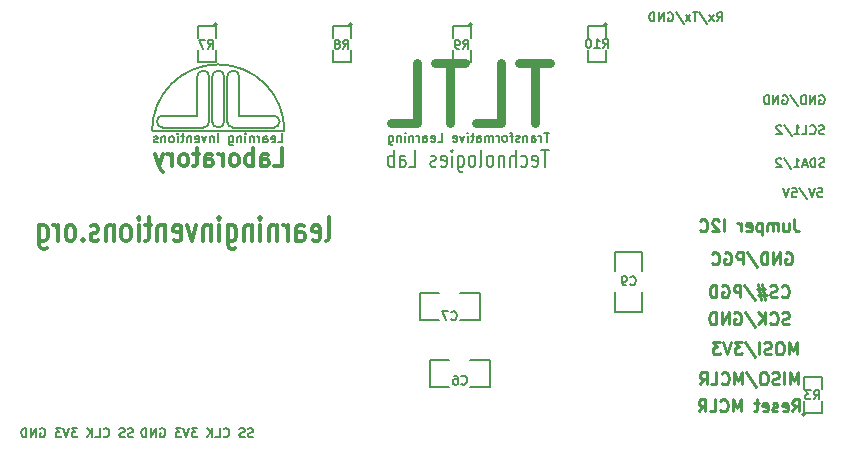
<source format=gbo>
G04 (created by PCBNEW (2013-07-07 BZR 4022)-stable) date 9/7/2556 23:50:31*
%MOIN*%
G04 Gerber Fmt 3.4, Leading zero omitted, Abs format*
%FSLAX34Y34*%
G01*
G70*
G90*
G04 APERTURE LIST*
%ADD10C,0.00590551*%
%ADD11C,0.01*%
%ADD12C,0.0075*%
%ADD13C,0.012*%
%ADD14C,0.03*%
%ADD15C,0.005*%
%ADD16C,0.0059*%
G04 APERTURE END LIST*
G54D10*
G54D11*
X69428Y-43361D02*
X69428Y-42961D01*
X69295Y-43247D01*
X69161Y-42961D01*
X69161Y-43361D01*
X68971Y-43361D02*
X68971Y-42961D01*
X68799Y-43342D02*
X68742Y-43361D01*
X68647Y-43361D01*
X68609Y-43342D01*
X68590Y-43323D01*
X68571Y-43285D01*
X68571Y-43247D01*
X68590Y-43209D01*
X68609Y-43190D01*
X68647Y-43171D01*
X68723Y-43152D01*
X68761Y-43133D01*
X68780Y-43114D01*
X68799Y-43076D01*
X68799Y-43038D01*
X68780Y-43000D01*
X68761Y-42980D01*
X68723Y-42961D01*
X68628Y-42961D01*
X68571Y-42980D01*
X68323Y-42961D02*
X68247Y-42961D01*
X68209Y-42980D01*
X68171Y-43019D01*
X68152Y-43095D01*
X68152Y-43228D01*
X68171Y-43304D01*
X68209Y-43342D01*
X68247Y-43361D01*
X68323Y-43361D01*
X68361Y-43342D01*
X68399Y-43304D01*
X68419Y-43228D01*
X68419Y-43095D01*
X68399Y-43019D01*
X68361Y-42980D01*
X68323Y-42961D01*
X67695Y-42942D02*
X68038Y-43457D01*
X67561Y-43361D02*
X67561Y-42961D01*
X67428Y-43247D01*
X67295Y-42961D01*
X67295Y-43361D01*
X66876Y-43323D02*
X66895Y-43342D01*
X66952Y-43361D01*
X66990Y-43361D01*
X67047Y-43342D01*
X67085Y-43304D01*
X67104Y-43266D01*
X67123Y-43190D01*
X67123Y-43133D01*
X67104Y-43057D01*
X67085Y-43019D01*
X67047Y-42980D01*
X66990Y-42961D01*
X66952Y-42961D01*
X66895Y-42980D01*
X66876Y-43000D01*
X66514Y-43361D02*
X66704Y-43361D01*
X66704Y-42961D01*
X66152Y-43361D02*
X66285Y-43171D01*
X66380Y-43361D02*
X66380Y-42961D01*
X66228Y-42961D01*
X66190Y-42980D01*
X66171Y-43000D01*
X66152Y-43038D01*
X66152Y-43095D01*
X66171Y-43133D01*
X66190Y-43152D01*
X66228Y-43171D01*
X66380Y-43171D01*
X69390Y-42361D02*
X69390Y-41961D01*
X69257Y-42247D01*
X69123Y-41961D01*
X69123Y-42361D01*
X68857Y-41961D02*
X68780Y-41961D01*
X68742Y-41980D01*
X68704Y-42019D01*
X68685Y-42095D01*
X68685Y-42228D01*
X68704Y-42304D01*
X68742Y-42342D01*
X68780Y-42361D01*
X68857Y-42361D01*
X68895Y-42342D01*
X68933Y-42304D01*
X68952Y-42228D01*
X68952Y-42095D01*
X68933Y-42019D01*
X68895Y-41980D01*
X68857Y-41961D01*
X68533Y-42342D02*
X68476Y-42361D01*
X68380Y-42361D01*
X68342Y-42342D01*
X68323Y-42323D01*
X68304Y-42285D01*
X68304Y-42247D01*
X68323Y-42209D01*
X68342Y-42190D01*
X68380Y-42171D01*
X68457Y-42152D01*
X68495Y-42133D01*
X68514Y-42114D01*
X68533Y-42076D01*
X68533Y-42038D01*
X68514Y-42000D01*
X68495Y-41980D01*
X68457Y-41961D01*
X68361Y-41961D01*
X68304Y-41980D01*
X68133Y-42361D02*
X68133Y-41961D01*
X67657Y-41942D02*
X67999Y-42457D01*
X67561Y-41961D02*
X67314Y-41961D01*
X67447Y-42114D01*
X67390Y-42114D01*
X67352Y-42133D01*
X67333Y-42152D01*
X67314Y-42190D01*
X67314Y-42285D01*
X67333Y-42323D01*
X67352Y-42342D01*
X67390Y-42361D01*
X67504Y-42361D01*
X67542Y-42342D01*
X67561Y-42323D01*
X67199Y-41961D02*
X67066Y-42361D01*
X66933Y-41961D01*
X66838Y-41961D02*
X66590Y-41961D01*
X66723Y-42114D01*
X66666Y-42114D01*
X66628Y-42133D01*
X66609Y-42152D01*
X66590Y-42190D01*
X66590Y-42285D01*
X66609Y-42323D01*
X66628Y-42342D01*
X66666Y-42361D01*
X66780Y-42361D01*
X66819Y-42342D01*
X66838Y-42323D01*
X69133Y-41342D02*
X69076Y-41361D01*
X68980Y-41361D01*
X68942Y-41342D01*
X68923Y-41323D01*
X68904Y-41285D01*
X68904Y-41247D01*
X68923Y-41209D01*
X68942Y-41190D01*
X68980Y-41171D01*
X69057Y-41152D01*
X69095Y-41133D01*
X69114Y-41114D01*
X69133Y-41076D01*
X69133Y-41038D01*
X69114Y-41000D01*
X69095Y-40980D01*
X69057Y-40961D01*
X68961Y-40961D01*
X68904Y-40980D01*
X68504Y-41323D02*
X68523Y-41342D01*
X68580Y-41361D01*
X68619Y-41361D01*
X68676Y-41342D01*
X68714Y-41304D01*
X68733Y-41266D01*
X68752Y-41190D01*
X68752Y-41133D01*
X68733Y-41057D01*
X68714Y-41019D01*
X68676Y-40980D01*
X68619Y-40961D01*
X68580Y-40961D01*
X68523Y-40980D01*
X68504Y-41000D01*
X68333Y-41361D02*
X68333Y-40961D01*
X68104Y-41361D02*
X68276Y-41133D01*
X68104Y-40961D02*
X68333Y-41190D01*
X67647Y-40942D02*
X67990Y-41457D01*
X67304Y-40980D02*
X67342Y-40961D01*
X67400Y-40961D01*
X67457Y-40980D01*
X67495Y-41019D01*
X67514Y-41057D01*
X67533Y-41133D01*
X67533Y-41190D01*
X67514Y-41266D01*
X67495Y-41304D01*
X67457Y-41342D01*
X67400Y-41361D01*
X67361Y-41361D01*
X67304Y-41342D01*
X67285Y-41323D01*
X67285Y-41190D01*
X67361Y-41190D01*
X67114Y-41361D02*
X67114Y-40961D01*
X66885Y-41361D01*
X66885Y-40961D01*
X66695Y-41361D02*
X66695Y-40961D01*
X66599Y-40961D01*
X66542Y-40980D01*
X66504Y-41019D01*
X66485Y-41057D01*
X66466Y-41133D01*
X66466Y-41190D01*
X66485Y-41266D01*
X66504Y-41304D01*
X66542Y-41342D01*
X66599Y-41361D01*
X66695Y-41361D01*
X68876Y-40423D02*
X68895Y-40442D01*
X68952Y-40461D01*
X68990Y-40461D01*
X69047Y-40442D01*
X69085Y-40404D01*
X69104Y-40366D01*
X69123Y-40290D01*
X69123Y-40233D01*
X69104Y-40157D01*
X69085Y-40119D01*
X69047Y-40080D01*
X68990Y-40061D01*
X68952Y-40061D01*
X68895Y-40080D01*
X68876Y-40100D01*
X68723Y-40442D02*
X68666Y-40461D01*
X68571Y-40461D01*
X68533Y-40442D01*
X68514Y-40423D01*
X68495Y-40385D01*
X68495Y-40347D01*
X68514Y-40309D01*
X68533Y-40290D01*
X68571Y-40271D01*
X68647Y-40252D01*
X68685Y-40233D01*
X68704Y-40214D01*
X68723Y-40176D01*
X68723Y-40138D01*
X68704Y-40100D01*
X68685Y-40080D01*
X68647Y-40061D01*
X68552Y-40061D01*
X68495Y-40080D01*
X68342Y-40195D02*
X68057Y-40195D01*
X68228Y-40023D02*
X68342Y-40538D01*
X68095Y-40366D02*
X68380Y-40366D01*
X68209Y-40538D02*
X68095Y-40023D01*
X67638Y-40042D02*
X67980Y-40557D01*
X67504Y-40461D02*
X67504Y-40061D01*
X67352Y-40061D01*
X67314Y-40080D01*
X67295Y-40100D01*
X67276Y-40138D01*
X67276Y-40195D01*
X67295Y-40233D01*
X67314Y-40252D01*
X67352Y-40271D01*
X67504Y-40271D01*
X66895Y-40080D02*
X66933Y-40061D01*
X66990Y-40061D01*
X67047Y-40080D01*
X67085Y-40119D01*
X67104Y-40157D01*
X67123Y-40233D01*
X67123Y-40290D01*
X67104Y-40366D01*
X67085Y-40404D01*
X67047Y-40442D01*
X66990Y-40461D01*
X66952Y-40461D01*
X66895Y-40442D01*
X66876Y-40423D01*
X66876Y-40290D01*
X66952Y-40290D01*
X66704Y-40461D02*
X66704Y-40061D01*
X66609Y-40061D01*
X66552Y-40080D01*
X66514Y-40119D01*
X66495Y-40157D01*
X66476Y-40233D01*
X66476Y-40290D01*
X66495Y-40366D01*
X66514Y-40404D01*
X66552Y-40442D01*
X66609Y-40461D01*
X66704Y-40461D01*
X69238Y-44261D02*
X69371Y-44071D01*
X69466Y-44261D02*
X69466Y-43861D01*
X69314Y-43861D01*
X69276Y-43880D01*
X69257Y-43900D01*
X69238Y-43938D01*
X69238Y-43995D01*
X69257Y-44033D01*
X69276Y-44052D01*
X69314Y-44071D01*
X69466Y-44071D01*
X68914Y-44242D02*
X68952Y-44261D01*
X69028Y-44261D01*
X69066Y-44242D01*
X69085Y-44204D01*
X69085Y-44052D01*
X69066Y-44014D01*
X69028Y-43995D01*
X68952Y-43995D01*
X68914Y-44014D01*
X68895Y-44052D01*
X68895Y-44090D01*
X69085Y-44128D01*
X68742Y-44242D02*
X68704Y-44261D01*
X68628Y-44261D01*
X68590Y-44242D01*
X68571Y-44204D01*
X68571Y-44185D01*
X68590Y-44147D01*
X68628Y-44128D01*
X68685Y-44128D01*
X68723Y-44109D01*
X68742Y-44071D01*
X68742Y-44052D01*
X68723Y-44014D01*
X68685Y-43995D01*
X68628Y-43995D01*
X68590Y-44014D01*
X68247Y-44242D02*
X68285Y-44261D01*
X68361Y-44261D01*
X68399Y-44242D01*
X68419Y-44204D01*
X68419Y-44052D01*
X68399Y-44014D01*
X68361Y-43995D01*
X68285Y-43995D01*
X68247Y-44014D01*
X68228Y-44052D01*
X68228Y-44090D01*
X68419Y-44128D01*
X68114Y-43995D02*
X67961Y-43995D01*
X68057Y-43861D02*
X68057Y-44204D01*
X68038Y-44242D01*
X67999Y-44261D01*
X67961Y-44261D01*
X67523Y-44261D02*
X67523Y-43861D01*
X67390Y-44147D01*
X67257Y-43861D01*
X67257Y-44261D01*
X66838Y-44223D02*
X66857Y-44242D01*
X66914Y-44261D01*
X66952Y-44261D01*
X67009Y-44242D01*
X67047Y-44204D01*
X67066Y-44166D01*
X67085Y-44090D01*
X67085Y-44033D01*
X67066Y-43957D01*
X67047Y-43919D01*
X67009Y-43880D01*
X66952Y-43861D01*
X66914Y-43861D01*
X66857Y-43880D01*
X66838Y-43900D01*
X66476Y-44261D02*
X66666Y-44261D01*
X66666Y-43861D01*
X66114Y-44261D02*
X66247Y-44071D01*
X66342Y-44261D02*
X66342Y-43861D01*
X66190Y-43861D01*
X66152Y-43880D01*
X66133Y-43900D01*
X66114Y-43938D01*
X66114Y-43995D01*
X66133Y-44033D01*
X66152Y-44052D01*
X66190Y-44071D01*
X66342Y-44071D01*
G54D12*
X51264Y-45107D02*
X51221Y-45121D01*
X51149Y-45121D01*
X51121Y-45107D01*
X51107Y-45092D01*
X51092Y-45064D01*
X51092Y-45035D01*
X51107Y-45007D01*
X51121Y-44992D01*
X51149Y-44978D01*
X51207Y-44964D01*
X51235Y-44950D01*
X51249Y-44935D01*
X51264Y-44907D01*
X51264Y-44878D01*
X51249Y-44850D01*
X51235Y-44835D01*
X51207Y-44821D01*
X51135Y-44821D01*
X51092Y-44835D01*
X50978Y-45107D02*
X50935Y-45121D01*
X50864Y-45121D01*
X50835Y-45107D01*
X50821Y-45092D01*
X50807Y-45064D01*
X50807Y-45035D01*
X50821Y-45007D01*
X50835Y-44992D01*
X50864Y-44978D01*
X50921Y-44964D01*
X50949Y-44950D01*
X50964Y-44935D01*
X50978Y-44907D01*
X50978Y-44878D01*
X50964Y-44850D01*
X50949Y-44835D01*
X50921Y-44821D01*
X50849Y-44821D01*
X50807Y-44835D01*
X50278Y-45092D02*
X50292Y-45107D01*
X50335Y-45121D01*
X50364Y-45121D01*
X50407Y-45107D01*
X50435Y-45078D01*
X50449Y-45050D01*
X50464Y-44992D01*
X50464Y-44950D01*
X50449Y-44892D01*
X50435Y-44864D01*
X50407Y-44835D01*
X50364Y-44821D01*
X50335Y-44821D01*
X50292Y-44835D01*
X50278Y-44850D01*
X50007Y-45121D02*
X50149Y-45121D01*
X50149Y-44821D01*
X49907Y-45121D02*
X49907Y-44821D01*
X49735Y-45121D02*
X49864Y-44950D01*
X49735Y-44821D02*
X49907Y-44992D01*
X49407Y-44821D02*
X49221Y-44821D01*
X49321Y-44935D01*
X49278Y-44935D01*
X49250Y-44950D01*
X49235Y-44964D01*
X49221Y-44992D01*
X49221Y-45064D01*
X49235Y-45092D01*
X49250Y-45107D01*
X49278Y-45121D01*
X49364Y-45121D01*
X49392Y-45107D01*
X49407Y-45092D01*
X49135Y-44821D02*
X49035Y-45121D01*
X48935Y-44821D01*
X48864Y-44821D02*
X48678Y-44821D01*
X48778Y-44935D01*
X48735Y-44935D01*
X48707Y-44950D01*
X48692Y-44964D01*
X48678Y-44992D01*
X48678Y-45064D01*
X48692Y-45092D01*
X48707Y-45107D01*
X48735Y-45121D01*
X48821Y-45121D01*
X48850Y-45107D01*
X48864Y-45092D01*
X48164Y-44835D02*
X48192Y-44821D01*
X48235Y-44821D01*
X48278Y-44835D01*
X48307Y-44864D01*
X48321Y-44892D01*
X48335Y-44950D01*
X48335Y-44992D01*
X48321Y-45050D01*
X48307Y-45078D01*
X48278Y-45107D01*
X48235Y-45121D01*
X48207Y-45121D01*
X48164Y-45107D01*
X48150Y-45092D01*
X48150Y-44992D01*
X48207Y-44992D01*
X48021Y-45121D02*
X48021Y-44821D01*
X47850Y-45121D01*
X47850Y-44821D01*
X47707Y-45121D02*
X47707Y-44821D01*
X47635Y-44821D01*
X47592Y-44835D01*
X47564Y-44864D01*
X47550Y-44892D01*
X47535Y-44950D01*
X47535Y-44992D01*
X47550Y-45050D01*
X47564Y-45078D01*
X47592Y-45107D01*
X47635Y-45121D01*
X47707Y-45121D01*
X47264Y-45107D02*
X47221Y-45121D01*
X47149Y-45121D01*
X47121Y-45107D01*
X47107Y-45092D01*
X47092Y-45064D01*
X47092Y-45035D01*
X47107Y-45007D01*
X47121Y-44992D01*
X47149Y-44978D01*
X47207Y-44964D01*
X47235Y-44950D01*
X47249Y-44935D01*
X47264Y-44907D01*
X47264Y-44878D01*
X47249Y-44850D01*
X47235Y-44835D01*
X47207Y-44821D01*
X47135Y-44821D01*
X47092Y-44835D01*
X46978Y-45107D02*
X46935Y-45121D01*
X46864Y-45121D01*
X46835Y-45107D01*
X46821Y-45092D01*
X46807Y-45064D01*
X46807Y-45035D01*
X46821Y-45007D01*
X46835Y-44992D01*
X46864Y-44978D01*
X46921Y-44964D01*
X46949Y-44950D01*
X46964Y-44935D01*
X46978Y-44907D01*
X46978Y-44878D01*
X46964Y-44850D01*
X46949Y-44835D01*
X46921Y-44821D01*
X46849Y-44821D01*
X46807Y-44835D01*
X46278Y-45092D02*
X46292Y-45107D01*
X46335Y-45121D01*
X46364Y-45121D01*
X46407Y-45107D01*
X46435Y-45078D01*
X46449Y-45050D01*
X46464Y-44992D01*
X46464Y-44950D01*
X46449Y-44892D01*
X46435Y-44864D01*
X46407Y-44835D01*
X46364Y-44821D01*
X46335Y-44821D01*
X46292Y-44835D01*
X46278Y-44850D01*
X46007Y-45121D02*
X46149Y-45121D01*
X46149Y-44821D01*
X45907Y-45121D02*
X45907Y-44821D01*
X45735Y-45121D02*
X45864Y-44950D01*
X45735Y-44821D02*
X45907Y-44992D01*
X45407Y-44821D02*
X45221Y-44821D01*
X45321Y-44935D01*
X45278Y-44935D01*
X45250Y-44950D01*
X45235Y-44964D01*
X45221Y-44992D01*
X45221Y-45064D01*
X45235Y-45092D01*
X45250Y-45107D01*
X45278Y-45121D01*
X45364Y-45121D01*
X45392Y-45107D01*
X45407Y-45092D01*
X45135Y-44821D02*
X45035Y-45121D01*
X44935Y-44821D01*
X44864Y-44821D02*
X44678Y-44821D01*
X44778Y-44935D01*
X44735Y-44935D01*
X44707Y-44950D01*
X44692Y-44964D01*
X44678Y-44992D01*
X44678Y-45064D01*
X44692Y-45092D01*
X44707Y-45107D01*
X44735Y-45121D01*
X44821Y-45121D01*
X44850Y-45107D01*
X44864Y-45092D01*
X44164Y-44835D02*
X44192Y-44821D01*
X44235Y-44821D01*
X44278Y-44835D01*
X44307Y-44864D01*
X44321Y-44892D01*
X44335Y-44950D01*
X44335Y-44992D01*
X44321Y-45050D01*
X44307Y-45078D01*
X44278Y-45107D01*
X44235Y-45121D01*
X44207Y-45121D01*
X44164Y-45107D01*
X44150Y-45092D01*
X44150Y-44992D01*
X44207Y-44992D01*
X44021Y-45121D02*
X44021Y-44821D01*
X43850Y-45121D01*
X43850Y-44821D01*
X43707Y-45121D02*
X43707Y-44821D01*
X43635Y-44821D01*
X43592Y-44835D01*
X43564Y-44864D01*
X43550Y-44892D01*
X43535Y-44950D01*
X43535Y-44992D01*
X43550Y-45050D01*
X43564Y-45078D01*
X43592Y-45107D01*
X43635Y-45121D01*
X43707Y-45121D01*
X66725Y-31261D02*
X66825Y-31118D01*
X66897Y-31261D02*
X66897Y-30961D01*
X66782Y-30961D01*
X66754Y-30975D01*
X66740Y-30990D01*
X66725Y-31018D01*
X66725Y-31061D01*
X66740Y-31090D01*
X66754Y-31104D01*
X66782Y-31118D01*
X66897Y-31118D01*
X66625Y-31261D02*
X66468Y-31061D01*
X66625Y-31061D02*
X66468Y-31261D01*
X66140Y-30947D02*
X66397Y-31332D01*
X66082Y-30961D02*
X65911Y-30961D01*
X65997Y-31261D02*
X65997Y-30961D01*
X65840Y-31261D02*
X65682Y-31061D01*
X65840Y-31061D02*
X65682Y-31261D01*
X65354Y-30947D02*
X65611Y-31332D01*
X65097Y-30975D02*
X65125Y-30961D01*
X65168Y-30961D01*
X65211Y-30975D01*
X65240Y-31004D01*
X65254Y-31032D01*
X65268Y-31090D01*
X65268Y-31132D01*
X65254Y-31190D01*
X65240Y-31218D01*
X65211Y-31247D01*
X65168Y-31261D01*
X65140Y-31261D01*
X65097Y-31247D01*
X65082Y-31232D01*
X65082Y-31132D01*
X65140Y-31132D01*
X64954Y-31261D02*
X64954Y-30961D01*
X64782Y-31261D01*
X64782Y-30961D01*
X64639Y-31261D02*
X64639Y-30961D01*
X64568Y-30961D01*
X64525Y-30975D01*
X64497Y-31004D01*
X64482Y-31032D01*
X64468Y-31090D01*
X64468Y-31132D01*
X64482Y-31190D01*
X64497Y-31218D01*
X64525Y-31247D01*
X64568Y-31261D01*
X64639Y-31261D01*
G54D13*
X53702Y-38588D02*
X53759Y-38550D01*
X53788Y-38474D01*
X53788Y-37788D01*
X53245Y-38550D02*
X53302Y-38588D01*
X53417Y-38588D01*
X53474Y-38550D01*
X53502Y-38474D01*
X53502Y-38169D01*
X53474Y-38093D01*
X53417Y-38055D01*
X53302Y-38055D01*
X53245Y-38093D01*
X53217Y-38169D01*
X53217Y-38245D01*
X53502Y-38322D01*
X52702Y-38588D02*
X52702Y-38169D01*
X52731Y-38093D01*
X52788Y-38055D01*
X52902Y-38055D01*
X52959Y-38093D01*
X52702Y-38550D02*
X52759Y-38588D01*
X52902Y-38588D01*
X52959Y-38550D01*
X52988Y-38474D01*
X52988Y-38398D01*
X52959Y-38322D01*
X52902Y-38284D01*
X52759Y-38284D01*
X52702Y-38245D01*
X52417Y-38588D02*
X52417Y-38055D01*
X52417Y-38207D02*
X52388Y-38131D01*
X52359Y-38093D01*
X52302Y-38055D01*
X52245Y-38055D01*
X52045Y-38055D02*
X52045Y-38588D01*
X52045Y-38131D02*
X52017Y-38093D01*
X51959Y-38055D01*
X51874Y-38055D01*
X51817Y-38093D01*
X51788Y-38169D01*
X51788Y-38588D01*
X51502Y-38588D02*
X51502Y-38055D01*
X51502Y-37788D02*
X51531Y-37826D01*
X51502Y-37865D01*
X51474Y-37826D01*
X51502Y-37788D01*
X51502Y-37865D01*
X51217Y-38055D02*
X51217Y-38588D01*
X51217Y-38131D02*
X51188Y-38093D01*
X51131Y-38055D01*
X51045Y-38055D01*
X50988Y-38093D01*
X50959Y-38169D01*
X50959Y-38588D01*
X50417Y-38055D02*
X50417Y-38703D01*
X50445Y-38779D01*
X50474Y-38817D01*
X50531Y-38855D01*
X50617Y-38855D01*
X50674Y-38817D01*
X50417Y-38550D02*
X50474Y-38588D01*
X50588Y-38588D01*
X50645Y-38550D01*
X50674Y-38512D01*
X50702Y-38436D01*
X50702Y-38207D01*
X50674Y-38131D01*
X50645Y-38093D01*
X50588Y-38055D01*
X50474Y-38055D01*
X50417Y-38093D01*
X50131Y-38588D02*
X50131Y-38055D01*
X50131Y-37788D02*
X50159Y-37826D01*
X50131Y-37865D01*
X50102Y-37826D01*
X50131Y-37788D01*
X50131Y-37865D01*
X49845Y-38055D02*
X49845Y-38588D01*
X49845Y-38131D02*
X49817Y-38093D01*
X49760Y-38055D01*
X49674Y-38055D01*
X49617Y-38093D01*
X49588Y-38169D01*
X49588Y-38588D01*
X49360Y-38055D02*
X49217Y-38588D01*
X49074Y-38055D01*
X48617Y-38550D02*
X48674Y-38588D01*
X48788Y-38588D01*
X48845Y-38550D01*
X48874Y-38474D01*
X48874Y-38169D01*
X48845Y-38093D01*
X48788Y-38055D01*
X48674Y-38055D01*
X48617Y-38093D01*
X48588Y-38169D01*
X48588Y-38245D01*
X48874Y-38322D01*
X48331Y-38055D02*
X48331Y-38588D01*
X48331Y-38131D02*
X48302Y-38093D01*
X48245Y-38055D01*
X48159Y-38055D01*
X48102Y-38093D01*
X48074Y-38169D01*
X48074Y-38588D01*
X47874Y-38055D02*
X47645Y-38055D01*
X47788Y-37788D02*
X47788Y-38474D01*
X47759Y-38550D01*
X47702Y-38588D01*
X47645Y-38588D01*
X47445Y-38588D02*
X47445Y-38055D01*
X47445Y-37788D02*
X47474Y-37826D01*
X47445Y-37865D01*
X47417Y-37826D01*
X47445Y-37788D01*
X47445Y-37865D01*
X47074Y-38588D02*
X47131Y-38550D01*
X47160Y-38512D01*
X47188Y-38436D01*
X47188Y-38207D01*
X47160Y-38131D01*
X47131Y-38093D01*
X47074Y-38055D01*
X46988Y-38055D01*
X46931Y-38093D01*
X46902Y-38131D01*
X46874Y-38207D01*
X46874Y-38436D01*
X46902Y-38512D01*
X46931Y-38550D01*
X46988Y-38588D01*
X47074Y-38588D01*
X46617Y-38055D02*
X46617Y-38588D01*
X46617Y-38131D02*
X46588Y-38093D01*
X46531Y-38055D01*
X46445Y-38055D01*
X46388Y-38093D01*
X46360Y-38169D01*
X46360Y-38588D01*
X46102Y-38550D02*
X46045Y-38588D01*
X45931Y-38588D01*
X45874Y-38550D01*
X45845Y-38474D01*
X45845Y-38436D01*
X45874Y-38360D01*
X45931Y-38322D01*
X46017Y-38322D01*
X46074Y-38284D01*
X46102Y-38207D01*
X46102Y-38169D01*
X46074Y-38093D01*
X46017Y-38055D01*
X45931Y-38055D01*
X45874Y-38093D01*
X45588Y-38512D02*
X45560Y-38550D01*
X45588Y-38588D01*
X45617Y-38550D01*
X45588Y-38512D01*
X45588Y-38588D01*
X45217Y-38588D02*
X45274Y-38550D01*
X45302Y-38512D01*
X45331Y-38436D01*
X45331Y-38207D01*
X45302Y-38131D01*
X45274Y-38093D01*
X45217Y-38055D01*
X45131Y-38055D01*
X45074Y-38093D01*
X45045Y-38131D01*
X45017Y-38207D01*
X45017Y-38436D01*
X45045Y-38512D01*
X45074Y-38550D01*
X45131Y-38588D01*
X45217Y-38588D01*
X44760Y-38588D02*
X44760Y-38055D01*
X44760Y-38207D02*
X44731Y-38131D01*
X44702Y-38093D01*
X44645Y-38055D01*
X44588Y-38055D01*
X44131Y-38055D02*
X44131Y-38703D01*
X44160Y-38779D01*
X44188Y-38817D01*
X44245Y-38855D01*
X44331Y-38855D01*
X44388Y-38817D01*
X44131Y-38550D02*
X44188Y-38588D01*
X44302Y-38588D01*
X44360Y-38550D01*
X44388Y-38512D01*
X44417Y-38436D01*
X44417Y-38207D01*
X44388Y-38131D01*
X44360Y-38093D01*
X44302Y-38055D01*
X44188Y-38055D01*
X44131Y-38093D01*
G54D11*
X69304Y-37861D02*
X69304Y-38147D01*
X69323Y-38204D01*
X69361Y-38242D01*
X69419Y-38261D01*
X69457Y-38261D01*
X68942Y-37995D02*
X68942Y-38261D01*
X69114Y-37995D02*
X69114Y-38204D01*
X69095Y-38242D01*
X69057Y-38261D01*
X69000Y-38261D01*
X68961Y-38242D01*
X68942Y-38223D01*
X68752Y-38261D02*
X68752Y-37995D01*
X68752Y-38033D02*
X68733Y-38014D01*
X68695Y-37995D01*
X68638Y-37995D01*
X68600Y-38014D01*
X68580Y-38052D01*
X68580Y-38261D01*
X68580Y-38052D02*
X68561Y-38014D01*
X68523Y-37995D01*
X68466Y-37995D01*
X68428Y-38014D01*
X68409Y-38052D01*
X68409Y-38261D01*
X68219Y-37995D02*
X68219Y-38395D01*
X68219Y-38014D02*
X68180Y-37995D01*
X68104Y-37995D01*
X68066Y-38014D01*
X68047Y-38033D01*
X68028Y-38071D01*
X68028Y-38185D01*
X68047Y-38223D01*
X68066Y-38242D01*
X68104Y-38261D01*
X68180Y-38261D01*
X68219Y-38242D01*
X67704Y-38242D02*
X67742Y-38261D01*
X67819Y-38261D01*
X67857Y-38242D01*
X67876Y-38204D01*
X67876Y-38052D01*
X67857Y-38014D01*
X67819Y-37995D01*
X67742Y-37995D01*
X67704Y-38014D01*
X67685Y-38052D01*
X67685Y-38090D01*
X67876Y-38128D01*
X67514Y-38261D02*
X67514Y-37995D01*
X67514Y-38071D02*
X67495Y-38033D01*
X67476Y-38014D01*
X67438Y-37995D01*
X67400Y-37995D01*
X66961Y-38261D02*
X66961Y-37861D01*
X66790Y-37900D02*
X66771Y-37880D01*
X66733Y-37861D01*
X66638Y-37861D01*
X66600Y-37880D01*
X66580Y-37900D01*
X66561Y-37938D01*
X66561Y-37976D01*
X66580Y-38033D01*
X66809Y-38261D01*
X66561Y-38261D01*
X66161Y-38223D02*
X66180Y-38242D01*
X66238Y-38261D01*
X66276Y-38261D01*
X66333Y-38242D01*
X66371Y-38204D01*
X66390Y-38166D01*
X66409Y-38090D01*
X66409Y-38033D01*
X66390Y-37957D01*
X66371Y-37919D01*
X66333Y-37880D01*
X66276Y-37861D01*
X66238Y-37861D01*
X66180Y-37880D01*
X66161Y-37900D01*
X69014Y-38980D02*
X69052Y-38961D01*
X69109Y-38961D01*
X69166Y-38980D01*
X69204Y-39019D01*
X69223Y-39057D01*
X69242Y-39133D01*
X69242Y-39190D01*
X69223Y-39266D01*
X69204Y-39304D01*
X69166Y-39342D01*
X69109Y-39361D01*
X69071Y-39361D01*
X69014Y-39342D01*
X68995Y-39323D01*
X68995Y-39190D01*
X69071Y-39190D01*
X68823Y-39361D02*
X68823Y-38961D01*
X68595Y-39361D01*
X68595Y-38961D01*
X68404Y-39361D02*
X68404Y-38961D01*
X68309Y-38961D01*
X68252Y-38980D01*
X68214Y-39019D01*
X68195Y-39057D01*
X68176Y-39133D01*
X68176Y-39190D01*
X68195Y-39266D01*
X68214Y-39304D01*
X68252Y-39342D01*
X68309Y-39361D01*
X68404Y-39361D01*
X67719Y-38942D02*
X68061Y-39457D01*
X67585Y-39361D02*
X67585Y-38961D01*
X67433Y-38961D01*
X67395Y-38980D01*
X67376Y-39000D01*
X67357Y-39038D01*
X67357Y-39095D01*
X67376Y-39133D01*
X67395Y-39152D01*
X67433Y-39171D01*
X67585Y-39171D01*
X66976Y-38980D02*
X67014Y-38961D01*
X67071Y-38961D01*
X67128Y-38980D01*
X67166Y-39019D01*
X67185Y-39057D01*
X67204Y-39133D01*
X67204Y-39190D01*
X67185Y-39266D01*
X67166Y-39304D01*
X67128Y-39342D01*
X67071Y-39361D01*
X67033Y-39361D01*
X66976Y-39342D01*
X66957Y-39323D01*
X66957Y-39190D01*
X67033Y-39190D01*
X66557Y-39323D02*
X66576Y-39342D01*
X66633Y-39361D01*
X66671Y-39361D01*
X66728Y-39342D01*
X66766Y-39304D01*
X66785Y-39266D01*
X66804Y-39190D01*
X66804Y-39133D01*
X66785Y-39057D01*
X66766Y-39019D01*
X66728Y-38980D01*
X66671Y-38961D01*
X66633Y-38961D01*
X66576Y-38980D01*
X66557Y-39000D01*
G54D12*
X70085Y-36821D02*
X70228Y-36821D01*
X70242Y-36964D01*
X70228Y-36950D01*
X70200Y-36935D01*
X70128Y-36935D01*
X70100Y-36950D01*
X70085Y-36964D01*
X70071Y-36992D01*
X70071Y-37064D01*
X70085Y-37092D01*
X70100Y-37107D01*
X70128Y-37121D01*
X70200Y-37121D01*
X70228Y-37107D01*
X70242Y-37092D01*
X69985Y-36821D02*
X69885Y-37121D01*
X69785Y-36821D01*
X69471Y-36807D02*
X69728Y-37192D01*
X69228Y-36821D02*
X69371Y-36821D01*
X69385Y-36964D01*
X69371Y-36950D01*
X69342Y-36935D01*
X69271Y-36935D01*
X69242Y-36950D01*
X69228Y-36964D01*
X69214Y-36992D01*
X69214Y-37064D01*
X69228Y-37092D01*
X69242Y-37107D01*
X69271Y-37121D01*
X69342Y-37121D01*
X69371Y-37107D01*
X69385Y-37092D01*
X69128Y-36821D02*
X69028Y-37121D01*
X68928Y-36821D01*
X70307Y-36107D02*
X70264Y-36121D01*
X70192Y-36121D01*
X70164Y-36107D01*
X70149Y-36092D01*
X70135Y-36064D01*
X70135Y-36035D01*
X70149Y-36007D01*
X70164Y-35992D01*
X70192Y-35978D01*
X70249Y-35964D01*
X70278Y-35950D01*
X70292Y-35935D01*
X70307Y-35907D01*
X70307Y-35878D01*
X70292Y-35850D01*
X70278Y-35835D01*
X70249Y-35821D01*
X70178Y-35821D01*
X70135Y-35835D01*
X70007Y-36121D02*
X70007Y-35821D01*
X69935Y-35821D01*
X69892Y-35835D01*
X69864Y-35864D01*
X69850Y-35892D01*
X69835Y-35950D01*
X69835Y-35992D01*
X69850Y-36050D01*
X69864Y-36078D01*
X69892Y-36107D01*
X69935Y-36121D01*
X70007Y-36121D01*
X69721Y-36035D02*
X69578Y-36035D01*
X69750Y-36121D02*
X69650Y-35821D01*
X69550Y-36121D01*
X69292Y-36121D02*
X69464Y-36121D01*
X69378Y-36121D02*
X69378Y-35821D01*
X69407Y-35864D01*
X69435Y-35892D01*
X69464Y-35907D01*
X68950Y-35807D02*
X69207Y-36192D01*
X68864Y-35850D02*
X68849Y-35835D01*
X68821Y-35821D01*
X68749Y-35821D01*
X68721Y-35835D01*
X68707Y-35850D01*
X68692Y-35878D01*
X68692Y-35907D01*
X68707Y-35950D01*
X68878Y-36121D01*
X68692Y-36121D01*
X70299Y-35007D02*
X70257Y-35021D01*
X70185Y-35021D01*
X70157Y-35007D01*
X70142Y-34992D01*
X70128Y-34964D01*
X70128Y-34935D01*
X70142Y-34907D01*
X70157Y-34892D01*
X70185Y-34878D01*
X70242Y-34864D01*
X70271Y-34850D01*
X70285Y-34835D01*
X70299Y-34807D01*
X70299Y-34778D01*
X70285Y-34750D01*
X70271Y-34735D01*
X70242Y-34721D01*
X70171Y-34721D01*
X70128Y-34735D01*
X69828Y-34992D02*
X69842Y-35007D01*
X69885Y-35021D01*
X69914Y-35021D01*
X69957Y-35007D01*
X69985Y-34978D01*
X69999Y-34950D01*
X70014Y-34892D01*
X70014Y-34850D01*
X69999Y-34792D01*
X69985Y-34764D01*
X69957Y-34735D01*
X69914Y-34721D01*
X69885Y-34721D01*
X69842Y-34735D01*
X69828Y-34750D01*
X69557Y-35021D02*
X69699Y-35021D01*
X69699Y-34721D01*
X69300Y-35021D02*
X69471Y-35021D01*
X69385Y-35021D02*
X69385Y-34721D01*
X69414Y-34764D01*
X69442Y-34792D01*
X69471Y-34807D01*
X68957Y-34707D02*
X69214Y-35092D01*
X68871Y-34750D02*
X68857Y-34735D01*
X68828Y-34721D01*
X68757Y-34721D01*
X68728Y-34735D01*
X68714Y-34750D01*
X68700Y-34778D01*
X68700Y-34807D01*
X68714Y-34850D01*
X68885Y-35021D01*
X68700Y-35021D01*
X70142Y-33735D02*
X70171Y-33721D01*
X70214Y-33721D01*
X70257Y-33735D01*
X70285Y-33764D01*
X70300Y-33792D01*
X70314Y-33850D01*
X70314Y-33892D01*
X70300Y-33950D01*
X70285Y-33978D01*
X70257Y-34007D01*
X70214Y-34021D01*
X70185Y-34021D01*
X70142Y-34007D01*
X70128Y-33992D01*
X70128Y-33892D01*
X70185Y-33892D01*
X70000Y-34021D02*
X70000Y-33721D01*
X69828Y-34021D01*
X69828Y-33721D01*
X69685Y-34021D02*
X69685Y-33721D01*
X69614Y-33721D01*
X69571Y-33735D01*
X69542Y-33764D01*
X69528Y-33792D01*
X69514Y-33850D01*
X69514Y-33892D01*
X69528Y-33950D01*
X69542Y-33978D01*
X69571Y-34007D01*
X69614Y-34021D01*
X69685Y-34021D01*
X69171Y-33707D02*
X69428Y-34092D01*
X68914Y-33735D02*
X68942Y-33721D01*
X68985Y-33721D01*
X69028Y-33735D01*
X69057Y-33764D01*
X69071Y-33792D01*
X69085Y-33850D01*
X69085Y-33892D01*
X69071Y-33950D01*
X69057Y-33978D01*
X69028Y-34007D01*
X68985Y-34021D01*
X68957Y-34021D01*
X68914Y-34007D01*
X68900Y-33992D01*
X68900Y-33892D01*
X68957Y-33892D01*
X68771Y-34021D02*
X68771Y-33721D01*
X68600Y-34021D01*
X68600Y-33721D01*
X68457Y-34021D02*
X68457Y-33721D01*
X68385Y-33721D01*
X68342Y-33735D01*
X68314Y-33764D01*
X68300Y-33792D01*
X68285Y-33850D01*
X68285Y-33892D01*
X68300Y-33950D01*
X68314Y-33978D01*
X68342Y-34007D01*
X68385Y-34021D01*
X68457Y-34021D01*
X61115Y-35554D02*
X60875Y-35554D01*
X60995Y-36104D02*
X60995Y-35554D01*
X60575Y-36078D02*
X60615Y-36104D01*
X60695Y-36104D01*
X60735Y-36078D01*
X60755Y-36026D01*
X60755Y-35816D01*
X60735Y-35764D01*
X60695Y-35737D01*
X60615Y-35737D01*
X60575Y-35764D01*
X60555Y-35816D01*
X60555Y-35868D01*
X60755Y-35921D01*
X60195Y-36078D02*
X60235Y-36104D01*
X60315Y-36104D01*
X60355Y-36078D01*
X60375Y-36052D01*
X60395Y-35999D01*
X60395Y-35842D01*
X60375Y-35790D01*
X60355Y-35764D01*
X60315Y-35737D01*
X60235Y-35737D01*
X60195Y-35764D01*
X60015Y-36104D02*
X60015Y-35554D01*
X59835Y-36104D02*
X59835Y-35816D01*
X59855Y-35764D01*
X59895Y-35737D01*
X59955Y-35737D01*
X59995Y-35764D01*
X60015Y-35790D01*
X59635Y-35737D02*
X59635Y-36104D01*
X59635Y-35790D02*
X59615Y-35764D01*
X59575Y-35737D01*
X59515Y-35737D01*
X59475Y-35764D01*
X59455Y-35816D01*
X59455Y-36104D01*
X59195Y-36104D02*
X59235Y-36078D01*
X59255Y-36052D01*
X59275Y-35999D01*
X59275Y-35842D01*
X59255Y-35790D01*
X59235Y-35764D01*
X59195Y-35737D01*
X59135Y-35737D01*
X59095Y-35764D01*
X59075Y-35790D01*
X59055Y-35842D01*
X59055Y-35999D01*
X59075Y-36052D01*
X59095Y-36078D01*
X59135Y-36104D01*
X59195Y-36104D01*
X58815Y-36104D02*
X58855Y-36078D01*
X58875Y-36026D01*
X58875Y-35554D01*
X58595Y-36104D02*
X58635Y-36078D01*
X58655Y-36052D01*
X58675Y-35999D01*
X58675Y-35842D01*
X58655Y-35790D01*
X58635Y-35764D01*
X58595Y-35737D01*
X58535Y-35737D01*
X58495Y-35764D01*
X58475Y-35790D01*
X58455Y-35842D01*
X58455Y-35999D01*
X58475Y-36052D01*
X58495Y-36078D01*
X58535Y-36104D01*
X58595Y-36104D01*
X58095Y-35737D02*
X58095Y-36183D01*
X58115Y-36235D01*
X58135Y-36261D01*
X58175Y-36287D01*
X58235Y-36287D01*
X58275Y-36261D01*
X58095Y-36078D02*
X58135Y-36104D01*
X58215Y-36104D01*
X58255Y-36078D01*
X58275Y-36052D01*
X58295Y-35999D01*
X58295Y-35842D01*
X58275Y-35790D01*
X58255Y-35764D01*
X58215Y-35737D01*
X58135Y-35737D01*
X58095Y-35764D01*
X57895Y-36104D02*
X57895Y-35737D01*
X57895Y-35554D02*
X57915Y-35580D01*
X57895Y-35607D01*
X57875Y-35580D01*
X57895Y-35554D01*
X57895Y-35607D01*
X57535Y-36078D02*
X57575Y-36104D01*
X57655Y-36104D01*
X57695Y-36078D01*
X57715Y-36026D01*
X57715Y-35816D01*
X57695Y-35764D01*
X57655Y-35737D01*
X57575Y-35737D01*
X57535Y-35764D01*
X57515Y-35816D01*
X57515Y-35868D01*
X57715Y-35921D01*
X57355Y-36078D02*
X57315Y-36104D01*
X57235Y-36104D01*
X57195Y-36078D01*
X57175Y-36026D01*
X57175Y-35999D01*
X57195Y-35947D01*
X57235Y-35921D01*
X57295Y-35921D01*
X57335Y-35895D01*
X57355Y-35842D01*
X57355Y-35816D01*
X57335Y-35764D01*
X57295Y-35737D01*
X57235Y-35737D01*
X57195Y-35764D01*
X56475Y-36104D02*
X56675Y-36104D01*
X56675Y-35554D01*
X56155Y-36104D02*
X56155Y-35816D01*
X56175Y-35764D01*
X56215Y-35737D01*
X56295Y-35737D01*
X56335Y-35764D01*
X56155Y-36078D02*
X56195Y-36104D01*
X56295Y-36104D01*
X56335Y-36078D01*
X56355Y-36026D01*
X56355Y-35973D01*
X56335Y-35921D01*
X56295Y-35895D01*
X56195Y-35895D01*
X56155Y-35868D01*
X55955Y-36104D02*
X55955Y-35554D01*
X55955Y-35764D02*
X55915Y-35737D01*
X55835Y-35737D01*
X55795Y-35764D01*
X55775Y-35790D01*
X55755Y-35842D01*
X55755Y-35999D01*
X55775Y-36052D01*
X55795Y-36078D01*
X55835Y-36104D01*
X55915Y-36104D01*
X55955Y-36078D01*
X61132Y-34966D02*
X60961Y-34966D01*
X61047Y-35266D02*
X61047Y-34966D01*
X60861Y-35266D02*
X60861Y-35066D01*
X60861Y-35123D02*
X60847Y-35095D01*
X60832Y-35080D01*
X60804Y-35066D01*
X60775Y-35066D01*
X60547Y-35266D02*
X60547Y-35109D01*
X60561Y-35080D01*
X60590Y-35066D01*
X60647Y-35066D01*
X60675Y-35080D01*
X60547Y-35252D02*
X60575Y-35266D01*
X60647Y-35266D01*
X60675Y-35252D01*
X60690Y-35223D01*
X60690Y-35195D01*
X60675Y-35166D01*
X60647Y-35152D01*
X60575Y-35152D01*
X60547Y-35137D01*
X60404Y-35066D02*
X60404Y-35266D01*
X60404Y-35095D02*
X60390Y-35080D01*
X60361Y-35066D01*
X60318Y-35066D01*
X60290Y-35080D01*
X60275Y-35109D01*
X60275Y-35266D01*
X60147Y-35252D02*
X60118Y-35266D01*
X60061Y-35266D01*
X60032Y-35252D01*
X60018Y-35223D01*
X60018Y-35209D01*
X60032Y-35180D01*
X60061Y-35166D01*
X60104Y-35166D01*
X60132Y-35152D01*
X60147Y-35123D01*
X60147Y-35109D01*
X60132Y-35080D01*
X60104Y-35066D01*
X60061Y-35066D01*
X60032Y-35080D01*
X59932Y-35066D02*
X59818Y-35066D01*
X59890Y-35266D02*
X59890Y-35009D01*
X59875Y-34980D01*
X59847Y-34966D01*
X59818Y-34966D01*
X59675Y-35266D02*
X59704Y-35252D01*
X59718Y-35237D01*
X59732Y-35209D01*
X59732Y-35123D01*
X59718Y-35095D01*
X59704Y-35080D01*
X59675Y-35066D01*
X59632Y-35066D01*
X59604Y-35080D01*
X59590Y-35095D01*
X59575Y-35123D01*
X59575Y-35209D01*
X59590Y-35237D01*
X59604Y-35252D01*
X59632Y-35266D01*
X59675Y-35266D01*
X59447Y-35266D02*
X59447Y-35066D01*
X59447Y-35123D02*
X59432Y-35095D01*
X59418Y-35080D01*
X59390Y-35066D01*
X59361Y-35066D01*
X59261Y-35266D02*
X59261Y-35066D01*
X59261Y-35095D02*
X59247Y-35080D01*
X59218Y-35066D01*
X59175Y-35066D01*
X59147Y-35080D01*
X59132Y-35109D01*
X59132Y-35266D01*
X59132Y-35109D02*
X59118Y-35080D01*
X59090Y-35066D01*
X59047Y-35066D01*
X59018Y-35080D01*
X59004Y-35109D01*
X59004Y-35266D01*
X58732Y-35266D02*
X58732Y-35109D01*
X58747Y-35080D01*
X58775Y-35066D01*
X58832Y-35066D01*
X58861Y-35080D01*
X58732Y-35252D02*
X58761Y-35266D01*
X58832Y-35266D01*
X58861Y-35252D01*
X58875Y-35223D01*
X58875Y-35195D01*
X58861Y-35166D01*
X58832Y-35152D01*
X58761Y-35152D01*
X58732Y-35137D01*
X58632Y-35066D02*
X58518Y-35066D01*
X58589Y-34966D02*
X58589Y-35223D01*
X58575Y-35252D01*
X58547Y-35266D01*
X58518Y-35266D01*
X58418Y-35266D02*
X58418Y-35066D01*
X58418Y-34966D02*
X58432Y-34980D01*
X58418Y-34995D01*
X58404Y-34980D01*
X58418Y-34966D01*
X58418Y-34995D01*
X58304Y-35066D02*
X58232Y-35266D01*
X58161Y-35066D01*
X57932Y-35252D02*
X57961Y-35266D01*
X58018Y-35266D01*
X58047Y-35252D01*
X58061Y-35223D01*
X58061Y-35109D01*
X58047Y-35080D01*
X58018Y-35066D01*
X57961Y-35066D01*
X57932Y-35080D01*
X57918Y-35109D01*
X57918Y-35137D01*
X58061Y-35166D01*
X57418Y-35266D02*
X57561Y-35266D01*
X57561Y-34966D01*
X57204Y-35252D02*
X57232Y-35266D01*
X57290Y-35266D01*
X57318Y-35252D01*
X57332Y-35223D01*
X57332Y-35109D01*
X57318Y-35080D01*
X57290Y-35066D01*
X57232Y-35066D01*
X57204Y-35080D01*
X57190Y-35109D01*
X57190Y-35137D01*
X57332Y-35166D01*
X56932Y-35266D02*
X56932Y-35109D01*
X56947Y-35080D01*
X56975Y-35066D01*
X57032Y-35066D01*
X57061Y-35080D01*
X56932Y-35252D02*
X56961Y-35266D01*
X57032Y-35266D01*
X57061Y-35252D01*
X57075Y-35223D01*
X57075Y-35195D01*
X57061Y-35166D01*
X57032Y-35152D01*
X56961Y-35152D01*
X56932Y-35137D01*
X56789Y-35266D02*
X56789Y-35066D01*
X56789Y-35123D02*
X56775Y-35095D01*
X56761Y-35080D01*
X56732Y-35066D01*
X56704Y-35066D01*
X56604Y-35066D02*
X56604Y-35266D01*
X56604Y-35095D02*
X56590Y-35080D01*
X56561Y-35066D01*
X56518Y-35066D01*
X56490Y-35080D01*
X56475Y-35109D01*
X56475Y-35266D01*
X56332Y-35266D02*
X56332Y-35066D01*
X56332Y-34966D02*
X56347Y-34980D01*
X56332Y-34995D01*
X56318Y-34980D01*
X56332Y-34966D01*
X56332Y-34995D01*
X56189Y-35066D02*
X56189Y-35266D01*
X56189Y-35095D02*
X56175Y-35080D01*
X56147Y-35066D01*
X56104Y-35066D01*
X56075Y-35080D01*
X56061Y-35109D01*
X56061Y-35266D01*
X55789Y-35066D02*
X55789Y-35309D01*
X55804Y-35337D01*
X55818Y-35352D01*
X55847Y-35366D01*
X55889Y-35366D01*
X55918Y-35352D01*
X55789Y-35252D02*
X55818Y-35266D01*
X55875Y-35266D01*
X55904Y-35252D01*
X55918Y-35237D01*
X55932Y-35209D01*
X55932Y-35123D01*
X55918Y-35095D01*
X55904Y-35080D01*
X55875Y-35066D01*
X55818Y-35066D01*
X55789Y-35080D01*
G54D14*
X61167Y-32659D02*
X60138Y-32659D01*
X60652Y-34659D02*
X60652Y-32659D01*
X58681Y-34659D02*
X59538Y-34659D01*
X59538Y-32659D01*
X58338Y-32659D02*
X57310Y-32659D01*
X57824Y-34659D02*
X57824Y-32659D01*
X55852Y-34659D02*
X56710Y-34659D01*
X56710Y-32659D01*
G54D15*
X57158Y-43458D02*
X57158Y-42558D01*
X57158Y-42558D02*
X57808Y-42558D01*
X58508Y-43458D02*
X59158Y-43458D01*
X59158Y-43458D02*
X59158Y-42558D01*
X59158Y-42558D02*
X58508Y-42558D01*
X57808Y-43458D02*
X57158Y-43458D01*
X56816Y-41229D02*
X56816Y-40329D01*
X56816Y-40329D02*
X57466Y-40329D01*
X58166Y-41229D02*
X58816Y-41229D01*
X58816Y-41229D02*
X58816Y-40329D01*
X58816Y-40329D02*
X58166Y-40329D01*
X57466Y-41229D02*
X56816Y-41229D01*
X63333Y-38933D02*
X64233Y-38933D01*
X64233Y-38933D02*
X64233Y-39583D01*
X63333Y-40283D02*
X63333Y-40933D01*
X63333Y-40933D02*
X64233Y-40933D01*
X64233Y-40933D02*
X64233Y-40283D01*
X63333Y-39583D02*
X63333Y-38933D01*
X69660Y-44360D02*
G75*
G03X69660Y-44360I-50J0D01*
G74*
G01*
X69610Y-43910D02*
X69610Y-44310D01*
X69610Y-44310D02*
X70210Y-44310D01*
X70210Y-44310D02*
X70210Y-43910D01*
X70210Y-43510D02*
X70210Y-43110D01*
X70210Y-43110D02*
X69610Y-43110D01*
X69610Y-43110D02*
X69610Y-43510D01*
X50070Y-31370D02*
G75*
G03X50070Y-31370I-50J0D01*
G74*
G01*
X50020Y-31820D02*
X50020Y-31420D01*
X50020Y-31420D02*
X49420Y-31420D01*
X49420Y-31420D02*
X49420Y-31820D01*
X49420Y-32220D02*
X49420Y-32620D01*
X49420Y-32620D02*
X50020Y-32620D01*
X50020Y-32620D02*
X50020Y-32220D01*
X54570Y-31370D02*
G75*
G03X54570Y-31370I-50J0D01*
G74*
G01*
X54520Y-31820D02*
X54520Y-31420D01*
X54520Y-31420D02*
X53920Y-31420D01*
X53920Y-31420D02*
X53920Y-31820D01*
X53920Y-32220D02*
X53920Y-32620D01*
X53920Y-32620D02*
X54520Y-32620D01*
X54520Y-32620D02*
X54520Y-32220D01*
X58570Y-31370D02*
G75*
G03X58570Y-31370I-50J0D01*
G74*
G01*
X58520Y-31820D02*
X58520Y-31420D01*
X58520Y-31420D02*
X57920Y-31420D01*
X57920Y-31420D02*
X57920Y-31820D01*
X57920Y-32220D02*
X57920Y-32620D01*
X57920Y-32620D02*
X58520Y-32620D01*
X58520Y-32620D02*
X58520Y-32220D01*
X63070Y-31370D02*
G75*
G03X63070Y-31370I-50J0D01*
G74*
G01*
X63020Y-31820D02*
X63020Y-31420D01*
X63020Y-31420D02*
X62420Y-31420D01*
X62420Y-31420D02*
X62420Y-31820D01*
X62420Y-32220D02*
X62420Y-32620D01*
X62420Y-32620D02*
X63020Y-32620D01*
X63020Y-32620D02*
X63020Y-32220D01*
G54D16*
X50800Y-34400D02*
X50800Y-33100D01*
X51950Y-34400D02*
X50800Y-34400D01*
X50600Y-34800D02*
X51950Y-34800D01*
X50400Y-33100D02*
X50400Y-34600D01*
X52150Y-34600D02*
G75*
G02X51950Y-34800I-200J0D01*
G74*
G01*
X51950Y-34400D02*
G75*
G02X52150Y-34600I0J-200D01*
G74*
G01*
X50600Y-34800D02*
G75*
G02X50400Y-34600I0J200D01*
G74*
G01*
X50400Y-33100D02*
G75*
G02X50600Y-32900I200J0D01*
G74*
G01*
X50600Y-32900D02*
G75*
G02X50800Y-33100I0J-200D01*
G74*
G01*
X49900Y-33100D02*
X49900Y-34600D01*
X50300Y-34600D02*
X50300Y-33100D01*
X50100Y-34800D02*
G75*
G02X49900Y-34600I0J200D01*
G74*
G01*
X50300Y-34600D02*
G75*
G02X50100Y-34800I-200J0D01*
G74*
G01*
X49900Y-33100D02*
G75*
G02X50100Y-32900I200J0D01*
G74*
G01*
X50100Y-32900D02*
G75*
G02X50300Y-33100I0J-200D01*
G74*
G01*
X48250Y-34800D02*
X49600Y-34800D01*
X49400Y-34400D02*
X48250Y-34400D01*
X48250Y-34800D02*
G75*
G02X48050Y-34600I0J200D01*
G74*
G01*
X48050Y-34600D02*
G75*
G02X48250Y-34400I200J0D01*
G74*
G01*
X49400Y-33100D02*
X49400Y-34400D01*
X49800Y-33100D02*
X49800Y-34600D01*
X49800Y-34600D02*
G75*
G02X49600Y-34800I-200J0D01*
G74*
G01*
X49400Y-33100D02*
G75*
G02X49600Y-32900I200J0D01*
G74*
G01*
X49600Y-32900D02*
G75*
G02X49800Y-33100I0J-200D01*
G74*
G01*
X52305Y-34900D02*
X47935Y-34900D01*
X50100Y-32695D02*
G75*
G02X52305Y-34900I0J-2205D01*
G74*
G01*
X47895Y-34900D02*
G75*
G02X50100Y-32695I2205J0D01*
G74*
G01*
G54D15*
X58208Y-43337D02*
X58222Y-43352D01*
X58265Y-43366D01*
X58293Y-43366D01*
X58336Y-43352D01*
X58365Y-43323D01*
X58379Y-43295D01*
X58393Y-43237D01*
X58393Y-43195D01*
X58379Y-43137D01*
X58365Y-43109D01*
X58336Y-43080D01*
X58293Y-43066D01*
X58265Y-43066D01*
X58222Y-43080D01*
X58208Y-43095D01*
X57950Y-43066D02*
X58008Y-43066D01*
X58036Y-43080D01*
X58050Y-43095D01*
X58079Y-43137D01*
X58093Y-43195D01*
X58093Y-43309D01*
X58079Y-43337D01*
X58065Y-43352D01*
X58036Y-43366D01*
X57979Y-43366D01*
X57950Y-43352D01*
X57936Y-43337D01*
X57922Y-43309D01*
X57922Y-43237D01*
X57936Y-43209D01*
X57950Y-43195D01*
X57979Y-43180D01*
X58036Y-43180D01*
X58065Y-43195D01*
X58079Y-43209D01*
X58093Y-43237D01*
X57871Y-41195D02*
X57885Y-41210D01*
X57928Y-41224D01*
X57956Y-41224D01*
X57999Y-41210D01*
X58028Y-41181D01*
X58042Y-41153D01*
X58056Y-41095D01*
X58056Y-41053D01*
X58042Y-40995D01*
X58028Y-40967D01*
X57999Y-40938D01*
X57956Y-40924D01*
X57928Y-40924D01*
X57885Y-40938D01*
X57871Y-40953D01*
X57771Y-40924D02*
X57571Y-40924D01*
X57699Y-41224D01*
X63833Y-40025D02*
X63847Y-40040D01*
X63890Y-40054D01*
X63918Y-40054D01*
X63961Y-40040D01*
X63990Y-40011D01*
X64004Y-39983D01*
X64018Y-39925D01*
X64018Y-39883D01*
X64004Y-39825D01*
X63990Y-39797D01*
X63961Y-39768D01*
X63918Y-39754D01*
X63890Y-39754D01*
X63847Y-39768D01*
X63833Y-39783D01*
X63690Y-40054D02*
X63633Y-40054D01*
X63604Y-40040D01*
X63590Y-40025D01*
X63561Y-39983D01*
X63547Y-39925D01*
X63547Y-39811D01*
X63561Y-39783D01*
X63575Y-39768D01*
X63604Y-39754D01*
X63661Y-39754D01*
X63690Y-39768D01*
X63704Y-39783D01*
X63718Y-39811D01*
X63718Y-39883D01*
X63704Y-39911D01*
X63690Y-39925D01*
X63661Y-39940D01*
X63604Y-39940D01*
X63575Y-39925D01*
X63561Y-39911D01*
X63547Y-39883D01*
X69949Y-43857D02*
X70049Y-43714D01*
X70120Y-43857D02*
X70120Y-43557D01*
X70006Y-43557D01*
X69977Y-43571D01*
X69963Y-43586D01*
X69949Y-43614D01*
X69949Y-43657D01*
X69963Y-43686D01*
X69977Y-43700D01*
X70006Y-43714D01*
X70120Y-43714D01*
X69849Y-43557D02*
X69663Y-43557D01*
X69763Y-43671D01*
X69720Y-43671D01*
X69691Y-43686D01*
X69677Y-43700D01*
X69663Y-43728D01*
X69663Y-43800D01*
X69677Y-43828D01*
X69691Y-43843D01*
X69720Y-43857D01*
X69806Y-43857D01*
X69834Y-43843D01*
X69849Y-43828D01*
X49751Y-32165D02*
X49851Y-32022D01*
X49922Y-32165D02*
X49922Y-31865D01*
X49808Y-31865D01*
X49779Y-31879D01*
X49765Y-31894D01*
X49751Y-31922D01*
X49751Y-31965D01*
X49765Y-31994D01*
X49779Y-32008D01*
X49808Y-32022D01*
X49922Y-32022D01*
X49651Y-31865D02*
X49451Y-31865D01*
X49579Y-32165D01*
X54267Y-32174D02*
X54367Y-32031D01*
X54438Y-32174D02*
X54438Y-31874D01*
X54324Y-31874D01*
X54295Y-31888D01*
X54281Y-31903D01*
X54267Y-31931D01*
X54267Y-31974D01*
X54281Y-32003D01*
X54295Y-32017D01*
X54324Y-32031D01*
X54438Y-32031D01*
X54095Y-32003D02*
X54124Y-31988D01*
X54138Y-31974D01*
X54152Y-31945D01*
X54152Y-31931D01*
X54138Y-31903D01*
X54124Y-31888D01*
X54095Y-31874D01*
X54038Y-31874D01*
X54009Y-31888D01*
X53995Y-31903D01*
X53981Y-31931D01*
X53981Y-31945D01*
X53995Y-31974D01*
X54009Y-31988D01*
X54038Y-32003D01*
X54095Y-32003D01*
X54124Y-32017D01*
X54138Y-32031D01*
X54152Y-32060D01*
X54152Y-32117D01*
X54138Y-32145D01*
X54124Y-32160D01*
X54095Y-32174D01*
X54038Y-32174D01*
X54009Y-32160D01*
X53995Y-32145D01*
X53981Y-32117D01*
X53981Y-32060D01*
X53995Y-32031D01*
X54009Y-32017D01*
X54038Y-32003D01*
X58267Y-32173D02*
X58367Y-32030D01*
X58438Y-32173D02*
X58438Y-31873D01*
X58324Y-31873D01*
X58295Y-31887D01*
X58281Y-31902D01*
X58267Y-31930D01*
X58267Y-31973D01*
X58281Y-32002D01*
X58295Y-32016D01*
X58324Y-32030D01*
X58438Y-32030D01*
X58124Y-32173D02*
X58067Y-32173D01*
X58038Y-32159D01*
X58024Y-32144D01*
X57995Y-32102D01*
X57981Y-32044D01*
X57981Y-31930D01*
X57995Y-31902D01*
X58009Y-31887D01*
X58038Y-31873D01*
X58095Y-31873D01*
X58124Y-31887D01*
X58138Y-31902D01*
X58152Y-31930D01*
X58152Y-32002D01*
X58138Y-32030D01*
X58124Y-32044D01*
X58095Y-32059D01*
X58038Y-32059D01*
X58009Y-32044D01*
X57995Y-32030D01*
X57981Y-32002D01*
X62926Y-32143D02*
X63026Y-32000D01*
X63098Y-32143D02*
X63098Y-31843D01*
X62984Y-31843D01*
X62955Y-31857D01*
X62941Y-31872D01*
X62926Y-31900D01*
X62926Y-31943D01*
X62941Y-31972D01*
X62955Y-31986D01*
X62984Y-32000D01*
X63098Y-32000D01*
X62641Y-32143D02*
X62812Y-32143D01*
X62726Y-32143D02*
X62726Y-31843D01*
X62755Y-31886D01*
X62784Y-31914D01*
X62812Y-31929D01*
X62455Y-31843D02*
X62426Y-31843D01*
X62398Y-31857D01*
X62384Y-31872D01*
X62369Y-31900D01*
X62355Y-31957D01*
X62355Y-32029D01*
X62369Y-32086D01*
X62384Y-32114D01*
X62398Y-32129D01*
X62426Y-32143D01*
X62455Y-32143D01*
X62484Y-32129D01*
X62498Y-32114D01*
X62512Y-32086D01*
X62526Y-32029D01*
X62526Y-31957D01*
X62512Y-31900D01*
X62498Y-31872D01*
X62484Y-31857D01*
X62455Y-31843D01*
G54D13*
X51952Y-36087D02*
X52218Y-36087D01*
X52218Y-35487D01*
X51525Y-36087D02*
X51525Y-35773D01*
X51552Y-35716D01*
X51605Y-35687D01*
X51712Y-35687D01*
X51765Y-35716D01*
X51525Y-36059D02*
X51578Y-36087D01*
X51712Y-36087D01*
X51765Y-36059D01*
X51792Y-36002D01*
X51792Y-35945D01*
X51765Y-35887D01*
X51712Y-35859D01*
X51578Y-35859D01*
X51525Y-35830D01*
X51258Y-36087D02*
X51258Y-35487D01*
X51258Y-35716D02*
X51205Y-35687D01*
X51098Y-35687D01*
X51045Y-35716D01*
X51018Y-35745D01*
X50992Y-35802D01*
X50992Y-35973D01*
X51018Y-36030D01*
X51045Y-36059D01*
X51098Y-36087D01*
X51205Y-36087D01*
X51258Y-36059D01*
X50672Y-36087D02*
X50725Y-36059D01*
X50752Y-36030D01*
X50778Y-35973D01*
X50778Y-35802D01*
X50752Y-35745D01*
X50725Y-35716D01*
X50672Y-35687D01*
X50592Y-35687D01*
X50538Y-35716D01*
X50512Y-35745D01*
X50485Y-35802D01*
X50485Y-35973D01*
X50512Y-36030D01*
X50538Y-36059D01*
X50592Y-36087D01*
X50672Y-36087D01*
X50245Y-36087D02*
X50245Y-35687D01*
X50245Y-35802D02*
X50218Y-35745D01*
X50192Y-35716D01*
X50138Y-35687D01*
X50085Y-35687D01*
X49658Y-36087D02*
X49658Y-35773D01*
X49685Y-35716D01*
X49738Y-35687D01*
X49845Y-35687D01*
X49898Y-35716D01*
X49658Y-36059D02*
X49712Y-36087D01*
X49845Y-36087D01*
X49898Y-36059D01*
X49925Y-36002D01*
X49925Y-35945D01*
X49898Y-35887D01*
X49845Y-35859D01*
X49712Y-35859D01*
X49658Y-35830D01*
X49472Y-35687D02*
X49259Y-35687D01*
X49392Y-35487D02*
X49392Y-36002D01*
X49365Y-36059D01*
X49312Y-36087D01*
X49259Y-36087D01*
X48992Y-36087D02*
X49045Y-36059D01*
X49072Y-36030D01*
X49099Y-35973D01*
X49099Y-35802D01*
X49072Y-35745D01*
X49045Y-35716D01*
X48992Y-35687D01*
X48912Y-35687D01*
X48859Y-35716D01*
X48832Y-35745D01*
X48805Y-35802D01*
X48805Y-35973D01*
X48832Y-36030D01*
X48859Y-36059D01*
X48912Y-36087D01*
X48992Y-36087D01*
X48565Y-36087D02*
X48565Y-35687D01*
X48565Y-35802D02*
X48539Y-35745D01*
X48512Y-35716D01*
X48459Y-35687D01*
X48405Y-35687D01*
X48272Y-35687D02*
X48139Y-36087D01*
X48005Y-35687D02*
X48139Y-36087D01*
X48192Y-36230D01*
X48219Y-36259D01*
X48272Y-36287D01*
G54D12*
X52092Y-35297D02*
X52235Y-35297D01*
X52235Y-34997D01*
X51878Y-35283D02*
X51907Y-35297D01*
X51964Y-35297D01*
X51992Y-35283D01*
X52007Y-35254D01*
X52007Y-35140D01*
X51992Y-35111D01*
X51964Y-35097D01*
X51907Y-35097D01*
X51878Y-35111D01*
X51864Y-35140D01*
X51864Y-35168D01*
X52007Y-35197D01*
X51607Y-35297D02*
X51607Y-35140D01*
X51621Y-35111D01*
X51650Y-35097D01*
X51707Y-35097D01*
X51735Y-35111D01*
X51607Y-35283D02*
X51635Y-35297D01*
X51707Y-35297D01*
X51735Y-35283D01*
X51750Y-35254D01*
X51750Y-35226D01*
X51735Y-35197D01*
X51707Y-35183D01*
X51635Y-35183D01*
X51607Y-35168D01*
X51464Y-35297D02*
X51464Y-35097D01*
X51464Y-35154D02*
X51450Y-35126D01*
X51435Y-35111D01*
X51407Y-35097D01*
X51378Y-35097D01*
X51278Y-35097D02*
X51278Y-35297D01*
X51278Y-35126D02*
X51264Y-35111D01*
X51235Y-35097D01*
X51192Y-35097D01*
X51164Y-35111D01*
X51150Y-35140D01*
X51150Y-35297D01*
X51007Y-35297D02*
X51007Y-35097D01*
X51007Y-34997D02*
X51021Y-35011D01*
X51007Y-35026D01*
X50992Y-35011D01*
X51007Y-34997D01*
X51007Y-35026D01*
X50864Y-35097D02*
X50864Y-35297D01*
X50864Y-35126D02*
X50850Y-35111D01*
X50821Y-35097D01*
X50778Y-35097D01*
X50750Y-35111D01*
X50735Y-35140D01*
X50735Y-35297D01*
X50464Y-35097D02*
X50464Y-35340D01*
X50478Y-35368D01*
X50492Y-35383D01*
X50521Y-35397D01*
X50564Y-35397D01*
X50592Y-35383D01*
X50464Y-35283D02*
X50492Y-35297D01*
X50550Y-35297D01*
X50578Y-35283D01*
X50592Y-35268D01*
X50607Y-35240D01*
X50607Y-35154D01*
X50592Y-35126D01*
X50578Y-35111D01*
X50550Y-35097D01*
X50492Y-35097D01*
X50464Y-35111D01*
X50092Y-35297D02*
X50092Y-34997D01*
X49950Y-35097D02*
X49950Y-35297D01*
X49950Y-35126D02*
X49935Y-35111D01*
X49907Y-35097D01*
X49864Y-35097D01*
X49835Y-35111D01*
X49821Y-35140D01*
X49821Y-35297D01*
X49707Y-35097D02*
X49635Y-35297D01*
X49564Y-35097D01*
X49335Y-35283D02*
X49364Y-35297D01*
X49421Y-35297D01*
X49450Y-35283D01*
X49464Y-35254D01*
X49464Y-35140D01*
X49450Y-35111D01*
X49421Y-35097D01*
X49364Y-35097D01*
X49335Y-35111D01*
X49321Y-35140D01*
X49321Y-35168D01*
X49464Y-35197D01*
X49192Y-35097D02*
X49192Y-35297D01*
X49192Y-35126D02*
X49178Y-35111D01*
X49150Y-35097D01*
X49107Y-35097D01*
X49078Y-35111D01*
X49064Y-35140D01*
X49064Y-35297D01*
X48964Y-35097D02*
X48850Y-35097D01*
X48921Y-34997D02*
X48921Y-35254D01*
X48907Y-35283D01*
X48878Y-35297D01*
X48850Y-35297D01*
X48749Y-35297D02*
X48749Y-35097D01*
X48749Y-34997D02*
X48764Y-35011D01*
X48749Y-35026D01*
X48735Y-35011D01*
X48749Y-34997D01*
X48749Y-35026D01*
X48564Y-35297D02*
X48592Y-35283D01*
X48607Y-35268D01*
X48621Y-35240D01*
X48621Y-35154D01*
X48607Y-35126D01*
X48592Y-35111D01*
X48564Y-35097D01*
X48521Y-35097D01*
X48492Y-35111D01*
X48478Y-35126D01*
X48464Y-35154D01*
X48464Y-35240D01*
X48478Y-35268D01*
X48492Y-35283D01*
X48521Y-35297D01*
X48564Y-35297D01*
X48335Y-35097D02*
X48335Y-35297D01*
X48335Y-35126D02*
X48321Y-35111D01*
X48292Y-35097D01*
X48249Y-35097D01*
X48221Y-35111D01*
X48207Y-35140D01*
X48207Y-35297D01*
X48078Y-35283D02*
X48049Y-35297D01*
X47992Y-35297D01*
X47964Y-35283D01*
X47949Y-35254D01*
X47949Y-35240D01*
X47964Y-35211D01*
X47992Y-35197D01*
X48035Y-35197D01*
X48064Y-35183D01*
X48078Y-35154D01*
X48078Y-35140D01*
X48064Y-35111D01*
X48035Y-35097D01*
X47992Y-35097D01*
X47964Y-35111D01*
M02*

</source>
